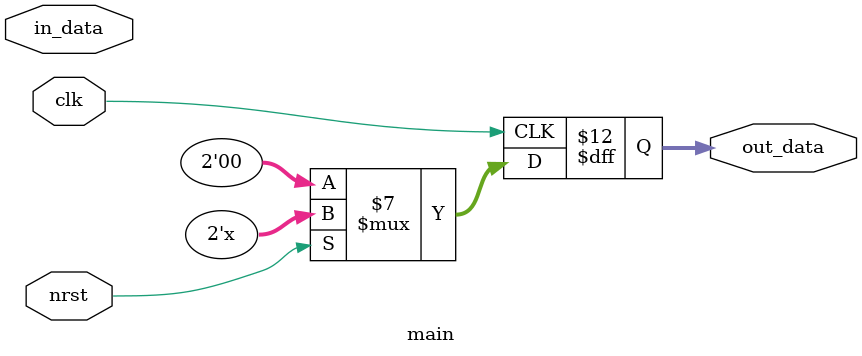
<source format=sv>


`define WIDTH

module main(

  input clk,
  input nrst,

  input [`WIDTH-1:0] in_data,
  output logic [`WIDTH-1:0] out_data
);

// input registers
logic [`WIDTH-1:0] in_data_reg = 0;
always_ff @(posedge clk) begin
  if( ~nrst ) begin
    in_data_reg <= '0;
  end else begin
    in_data_reg <= in_data;
  end
end

// place your test logic here ==================================================

// logic [31:0] divided_clk;
// clk_divider #(
//   .WIDTH( 32 )
// ) cd1 (
//   .clk( clk ),
//   .nrst( nrst ),
//   .ena( 1'b1 ),
//   .out( divided_clk[31:0] )
// );

// logic [`WIDTH-1:0] out_data_comb = 0;
// always_comb begin
//   out_data_comb <= out_data_comb[`WIDTH-1:0] ^ divided_clk[31:0];
// end


// =============================================================================

// output registers
always_ff @(posedge clk) begin
  if( ~nrst ) begin
    out_data[`WIDTH-1:0] <= '0;
  end else begin
    out_data[`WIDTH-1:0] <= out_data_comb[`WIDTH-1:0];
  end
end

endmodule
</source>
